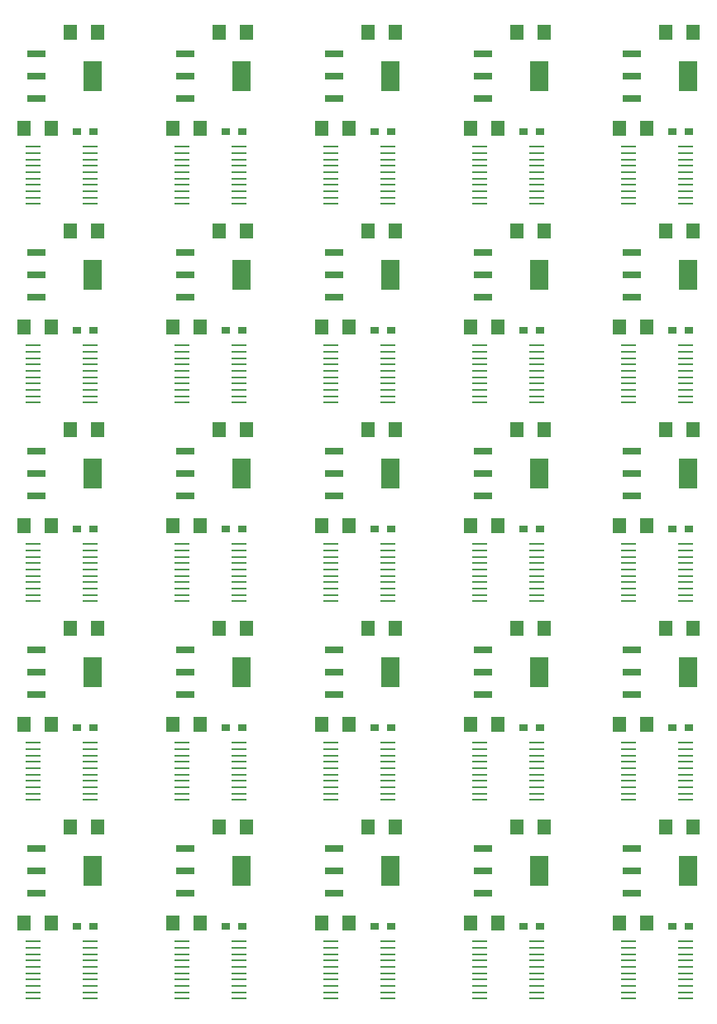
<source format=gbr>
G04 DipTrace 3.3.1.3*
G04 TopPaste.gbr*
%MOIN*%
G04 #@! TF.FileFunction,Paste,Top*
G04 #@! TF.Part,Single*
%ADD38R,0.076766X0.120073*%
%ADD40R,0.076766X0.029522*%
%ADD42R,0.062986X0.007868*%
%ADD44R,0.035427X0.03149*%
%ADD46R,0.055112X0.062986*%
%FSLAX26Y26*%
G04*
G70*
G90*
G75*
G01*
G04 TopPaste*
%LPD*%
D46*
X731200Y1131200D3*
X841436D3*
X543700Y743700D3*
X653936D3*
D44*
X756200Y731200D3*
X823129D3*
D42*
X581200Y668700D3*
Y643109D3*
Y617519D3*
Y591928D3*
Y566338D3*
Y540747D3*
Y515157D3*
Y489566D3*
Y463976D3*
Y438385D3*
X809554D3*
X809546Y463976D3*
Y489566D3*
Y515157D3*
Y540747D3*
Y566338D3*
Y591928D3*
Y617519D3*
Y643109D3*
Y668700D3*
D40*
X593700Y1043700D3*
Y953149D3*
Y862598D3*
D38*
X822046Y953149D3*
D46*
X1331200Y1131200D3*
X1441436D3*
X1143700Y743700D3*
X1253936D3*
D44*
X1356200Y731200D3*
X1423129D3*
D42*
X1181200Y668700D3*
Y643109D3*
Y617519D3*
Y591928D3*
Y566338D3*
Y540747D3*
Y515157D3*
Y489566D3*
Y463976D3*
Y438385D3*
X1409554D3*
X1409546Y463976D3*
Y489566D3*
Y515157D3*
Y540747D3*
Y566338D3*
Y591928D3*
Y617519D3*
Y643109D3*
Y668700D3*
D40*
X1193700Y1043700D3*
Y953149D3*
Y862598D3*
D38*
X1422046Y953149D3*
D46*
X1931200Y1131200D3*
X2041436D3*
X1743700Y743700D3*
X1853936D3*
D44*
X1956200Y731200D3*
X2023129D3*
D42*
X1781200Y668700D3*
Y643109D3*
Y617519D3*
Y591928D3*
Y566338D3*
Y540747D3*
Y515157D3*
Y489566D3*
Y463976D3*
Y438385D3*
X2009554D3*
X2009546Y463976D3*
Y489566D3*
Y515157D3*
Y540747D3*
Y566338D3*
Y591928D3*
Y617519D3*
Y643109D3*
Y668700D3*
D40*
X1793700Y1043700D3*
Y953149D3*
Y862598D3*
D38*
X2022046Y953149D3*
D46*
X2531200Y1131200D3*
X2641436D3*
X2343700Y743700D3*
X2453936D3*
D44*
X2556200Y731200D3*
X2623129D3*
D42*
X2381200Y668700D3*
Y643109D3*
Y617519D3*
Y591928D3*
Y566338D3*
Y540747D3*
Y515157D3*
Y489566D3*
Y463976D3*
Y438385D3*
X2609554D3*
X2609546Y463976D3*
Y489566D3*
Y515157D3*
Y540747D3*
Y566338D3*
Y591928D3*
Y617519D3*
Y643109D3*
Y668700D3*
D40*
X2393700Y1043700D3*
Y953149D3*
Y862598D3*
D38*
X2622046Y953149D3*
D46*
X3131200Y1131200D3*
X3241436D3*
X2943700Y743700D3*
X3053936D3*
D44*
X3156200Y731200D3*
X3223129D3*
D42*
X2981200Y668700D3*
Y643109D3*
Y617519D3*
Y591928D3*
Y566338D3*
Y540747D3*
Y515157D3*
Y489566D3*
Y463976D3*
Y438385D3*
X3209554D3*
X3209546Y463976D3*
Y489566D3*
Y515157D3*
Y540747D3*
Y566338D3*
Y591928D3*
Y617519D3*
Y643109D3*
Y668700D3*
D40*
X2993700Y1043700D3*
Y953149D3*
Y862598D3*
D38*
X3222046Y953149D3*
D46*
X731200Y1931200D3*
X841436D3*
X543700Y1543700D3*
X653936D3*
D44*
X756200Y1531200D3*
X823129D3*
D42*
X581200Y1468700D3*
Y1443109D3*
Y1417519D3*
Y1391928D3*
Y1366338D3*
Y1340747D3*
Y1315157D3*
Y1289566D3*
Y1263976D3*
Y1238385D3*
X809554D3*
X809546Y1263976D3*
Y1289566D3*
Y1315157D3*
Y1340747D3*
Y1366338D3*
Y1391928D3*
Y1417519D3*
Y1443109D3*
Y1468700D3*
D40*
X593700Y1843700D3*
Y1753149D3*
Y1662598D3*
D38*
X822046Y1753149D3*
D46*
X1331200Y1931200D3*
X1441436D3*
X1143700Y1543700D3*
X1253936D3*
D44*
X1356200Y1531200D3*
X1423129D3*
D42*
X1181200Y1468700D3*
Y1443109D3*
Y1417519D3*
Y1391928D3*
Y1366338D3*
Y1340747D3*
Y1315157D3*
Y1289566D3*
Y1263976D3*
Y1238385D3*
X1409554D3*
X1409546Y1263976D3*
Y1289566D3*
Y1315157D3*
Y1340747D3*
Y1366338D3*
Y1391928D3*
Y1417519D3*
Y1443109D3*
Y1468700D3*
D40*
X1193700Y1843700D3*
Y1753149D3*
Y1662598D3*
D38*
X1422046Y1753149D3*
D46*
X1931200Y1931200D3*
X2041436D3*
X1743700Y1543700D3*
X1853936D3*
D44*
X1956200Y1531200D3*
X2023129D3*
D42*
X1781200Y1468700D3*
Y1443109D3*
Y1417519D3*
Y1391928D3*
Y1366338D3*
Y1340747D3*
Y1315157D3*
Y1289566D3*
Y1263976D3*
Y1238385D3*
X2009554D3*
X2009546Y1263976D3*
Y1289566D3*
Y1315157D3*
Y1340747D3*
Y1366338D3*
Y1391928D3*
Y1417519D3*
Y1443109D3*
Y1468700D3*
D40*
X1793700Y1843700D3*
Y1753149D3*
Y1662598D3*
D38*
X2022046Y1753149D3*
D46*
X2531200Y1931200D3*
X2641436D3*
X2343700Y1543700D3*
X2453936D3*
D44*
X2556200Y1531200D3*
X2623129D3*
D42*
X2381200Y1468700D3*
Y1443109D3*
Y1417519D3*
Y1391928D3*
Y1366338D3*
Y1340747D3*
Y1315157D3*
Y1289566D3*
Y1263976D3*
Y1238385D3*
X2609554D3*
X2609546Y1263976D3*
Y1289566D3*
Y1315157D3*
Y1340747D3*
Y1366338D3*
Y1391928D3*
Y1417519D3*
Y1443109D3*
Y1468700D3*
D40*
X2393700Y1843700D3*
Y1753149D3*
Y1662598D3*
D38*
X2622046Y1753149D3*
D46*
X3131200Y1931200D3*
X3241436D3*
X2943700Y1543700D3*
X3053936D3*
D44*
X3156200Y1531200D3*
X3223129D3*
D42*
X2981200Y1468700D3*
Y1443109D3*
Y1417519D3*
Y1391928D3*
Y1366338D3*
Y1340747D3*
Y1315157D3*
Y1289566D3*
Y1263976D3*
Y1238385D3*
X3209554D3*
X3209546Y1263976D3*
Y1289566D3*
Y1315157D3*
Y1340747D3*
Y1366338D3*
Y1391928D3*
Y1417519D3*
Y1443109D3*
Y1468700D3*
D40*
X2993700Y1843700D3*
Y1753149D3*
Y1662598D3*
D38*
X3222046Y1753149D3*
D46*
X731200Y2731200D3*
X841436D3*
X543700Y2343700D3*
X653936D3*
D44*
X756200Y2331200D3*
X823129D3*
D42*
X581200Y2268700D3*
Y2243109D3*
Y2217519D3*
Y2191928D3*
Y2166338D3*
Y2140747D3*
Y2115157D3*
Y2089566D3*
Y2063976D3*
Y2038385D3*
X809554D3*
X809546Y2063976D3*
Y2089566D3*
Y2115157D3*
Y2140747D3*
Y2166338D3*
Y2191928D3*
Y2217519D3*
Y2243109D3*
Y2268700D3*
D40*
X593700Y2643700D3*
Y2553149D3*
Y2462598D3*
D38*
X822046Y2553149D3*
D46*
X1331200Y2731200D3*
X1441436D3*
X1143700Y2343700D3*
X1253936D3*
D44*
X1356200Y2331200D3*
X1423129D3*
D42*
X1181200Y2268700D3*
Y2243109D3*
Y2217519D3*
Y2191928D3*
Y2166338D3*
Y2140747D3*
Y2115157D3*
Y2089566D3*
Y2063976D3*
Y2038385D3*
X1409554D3*
X1409546Y2063976D3*
Y2089566D3*
Y2115157D3*
Y2140747D3*
Y2166338D3*
Y2191928D3*
Y2217519D3*
Y2243109D3*
Y2268700D3*
D40*
X1193700Y2643700D3*
Y2553149D3*
Y2462598D3*
D38*
X1422046Y2553149D3*
D46*
X1931200Y2731200D3*
X2041436D3*
X1743700Y2343700D3*
X1853936D3*
D44*
X1956200Y2331200D3*
X2023129D3*
D42*
X1781200Y2268700D3*
Y2243109D3*
Y2217519D3*
Y2191928D3*
Y2166338D3*
Y2140747D3*
Y2115157D3*
Y2089566D3*
Y2063976D3*
Y2038385D3*
X2009554D3*
X2009546Y2063976D3*
Y2089566D3*
Y2115157D3*
Y2140747D3*
Y2166338D3*
Y2191928D3*
Y2217519D3*
Y2243109D3*
Y2268700D3*
D40*
X1793700Y2643700D3*
Y2553149D3*
Y2462598D3*
D38*
X2022046Y2553149D3*
D46*
X2531200Y2731200D3*
X2641436D3*
X2343700Y2343700D3*
X2453936D3*
D44*
X2556200Y2331200D3*
X2623129D3*
D42*
X2381200Y2268700D3*
Y2243109D3*
Y2217519D3*
Y2191928D3*
Y2166338D3*
Y2140747D3*
Y2115157D3*
Y2089566D3*
Y2063976D3*
Y2038385D3*
X2609554D3*
X2609546Y2063976D3*
Y2089566D3*
Y2115157D3*
Y2140747D3*
Y2166338D3*
Y2191928D3*
Y2217519D3*
Y2243109D3*
Y2268700D3*
D40*
X2393700Y2643700D3*
Y2553149D3*
Y2462598D3*
D38*
X2622046Y2553149D3*
D46*
X3131200Y2731200D3*
X3241436D3*
X2943700Y2343700D3*
X3053936D3*
D44*
X3156200Y2331200D3*
X3223129D3*
D42*
X2981200Y2268700D3*
Y2243109D3*
Y2217519D3*
Y2191928D3*
Y2166338D3*
Y2140747D3*
Y2115157D3*
Y2089566D3*
Y2063976D3*
Y2038385D3*
X3209554D3*
X3209546Y2063976D3*
Y2089566D3*
Y2115157D3*
Y2140747D3*
Y2166338D3*
Y2191928D3*
Y2217519D3*
Y2243109D3*
Y2268700D3*
D40*
X2993700Y2643700D3*
Y2553149D3*
Y2462598D3*
D38*
X3222046Y2553149D3*
D46*
X731200Y3531200D3*
X841436D3*
X543700Y3143700D3*
X653936D3*
D44*
X756200Y3131200D3*
X823129D3*
D42*
X581200Y3068700D3*
Y3043109D3*
Y3017519D3*
Y2991928D3*
Y2966338D3*
Y2940747D3*
Y2915157D3*
Y2889566D3*
Y2863976D3*
Y2838385D3*
X809554D3*
X809546Y2863976D3*
Y2889566D3*
Y2915157D3*
Y2940747D3*
Y2966338D3*
Y2991928D3*
Y3017519D3*
Y3043109D3*
Y3068700D3*
D40*
X593700Y3443700D3*
Y3353149D3*
Y3262598D3*
D38*
X822046Y3353149D3*
D46*
X1331200Y3531200D3*
X1441436D3*
X1143700Y3143700D3*
X1253936D3*
D44*
X1356200Y3131200D3*
X1423129D3*
D42*
X1181200Y3068700D3*
Y3043109D3*
Y3017519D3*
Y2991928D3*
Y2966338D3*
Y2940747D3*
Y2915157D3*
Y2889566D3*
Y2863976D3*
Y2838385D3*
X1409554D3*
X1409546Y2863976D3*
Y2889566D3*
Y2915157D3*
Y2940747D3*
Y2966338D3*
Y2991928D3*
Y3017519D3*
Y3043109D3*
Y3068700D3*
D40*
X1193700Y3443700D3*
Y3353149D3*
Y3262598D3*
D38*
X1422046Y3353149D3*
D46*
X1931200Y3531200D3*
X2041436D3*
X1743700Y3143700D3*
X1853936D3*
D44*
X1956200Y3131200D3*
X2023129D3*
D42*
X1781200Y3068700D3*
Y3043109D3*
Y3017519D3*
Y2991928D3*
Y2966338D3*
Y2940747D3*
Y2915157D3*
Y2889566D3*
Y2863976D3*
Y2838385D3*
X2009554D3*
X2009546Y2863976D3*
Y2889566D3*
Y2915157D3*
Y2940747D3*
Y2966338D3*
Y2991928D3*
Y3017519D3*
Y3043109D3*
Y3068700D3*
D40*
X1793700Y3443700D3*
Y3353149D3*
Y3262598D3*
D38*
X2022046Y3353149D3*
D46*
X2531200Y3531200D3*
X2641436D3*
X2343700Y3143700D3*
X2453936D3*
D44*
X2556200Y3131200D3*
X2623129D3*
D42*
X2381200Y3068700D3*
Y3043109D3*
Y3017519D3*
Y2991928D3*
Y2966338D3*
Y2940747D3*
Y2915157D3*
Y2889566D3*
Y2863976D3*
Y2838385D3*
X2609554D3*
X2609546Y2863976D3*
Y2889566D3*
Y2915157D3*
Y2940747D3*
Y2966338D3*
Y2991928D3*
Y3017519D3*
Y3043109D3*
Y3068700D3*
D40*
X2393700Y3443700D3*
Y3353149D3*
Y3262598D3*
D38*
X2622046Y3353149D3*
D46*
X3131200Y3531200D3*
X3241436D3*
X2943700Y3143700D3*
X3053936D3*
D44*
X3156200Y3131200D3*
X3223129D3*
D42*
X2981200Y3068700D3*
Y3043109D3*
Y3017519D3*
Y2991928D3*
Y2966338D3*
Y2940747D3*
Y2915157D3*
Y2889566D3*
Y2863976D3*
Y2838385D3*
X3209554D3*
X3209546Y2863976D3*
Y2889566D3*
Y2915157D3*
Y2940747D3*
Y2966338D3*
Y2991928D3*
Y3017519D3*
Y3043109D3*
Y3068700D3*
D40*
X2993700Y3443700D3*
Y3353149D3*
Y3262598D3*
D38*
X3222046Y3353149D3*
D46*
X731200Y4331200D3*
X841436D3*
X543700Y3943700D3*
X653936D3*
D44*
X756200Y3931200D3*
X823129D3*
D42*
X581200Y3868700D3*
Y3843109D3*
Y3817519D3*
Y3791928D3*
Y3766338D3*
Y3740747D3*
Y3715157D3*
Y3689566D3*
Y3663976D3*
Y3638385D3*
X809554D3*
X809546Y3663976D3*
Y3689566D3*
Y3715157D3*
Y3740747D3*
Y3766338D3*
Y3791928D3*
Y3817519D3*
Y3843109D3*
Y3868700D3*
D40*
X593700Y4243700D3*
Y4153149D3*
Y4062598D3*
D38*
X822046Y4153149D3*
D46*
X1331200Y4331200D3*
X1441436D3*
X1143700Y3943700D3*
X1253936D3*
D44*
X1356200Y3931200D3*
X1423129D3*
D42*
X1181200Y3868700D3*
Y3843109D3*
Y3817519D3*
Y3791928D3*
Y3766338D3*
Y3740747D3*
Y3715157D3*
Y3689566D3*
Y3663976D3*
Y3638385D3*
X1409554D3*
X1409546Y3663976D3*
Y3689566D3*
Y3715157D3*
Y3740747D3*
Y3766338D3*
Y3791928D3*
Y3817519D3*
Y3843109D3*
Y3868700D3*
D40*
X1193700Y4243700D3*
Y4153149D3*
Y4062598D3*
D38*
X1422046Y4153149D3*
D46*
X1931200Y4331200D3*
X2041436D3*
X1743700Y3943700D3*
X1853936D3*
D44*
X1956200Y3931200D3*
X2023129D3*
D42*
X1781200Y3868700D3*
Y3843109D3*
Y3817519D3*
Y3791928D3*
Y3766338D3*
Y3740747D3*
Y3715157D3*
Y3689566D3*
Y3663976D3*
Y3638385D3*
X2009554D3*
X2009546Y3663976D3*
Y3689566D3*
Y3715157D3*
Y3740747D3*
Y3766338D3*
Y3791928D3*
Y3817519D3*
Y3843109D3*
Y3868700D3*
D40*
X1793700Y4243700D3*
Y4153149D3*
Y4062598D3*
D38*
X2022046Y4153149D3*
D46*
X2531200Y4331200D3*
X2641436D3*
X2343700Y3943700D3*
X2453936D3*
D44*
X2556200Y3931200D3*
X2623129D3*
D42*
X2381200Y3868700D3*
Y3843109D3*
Y3817519D3*
Y3791928D3*
Y3766338D3*
Y3740747D3*
Y3715157D3*
Y3689566D3*
Y3663976D3*
Y3638385D3*
X2609554D3*
X2609546Y3663976D3*
Y3689566D3*
Y3715157D3*
Y3740747D3*
Y3766338D3*
Y3791928D3*
Y3817519D3*
Y3843109D3*
Y3868700D3*
D40*
X2393700Y4243700D3*
Y4153149D3*
Y4062598D3*
D38*
X2622046Y4153149D3*
D46*
X3131200Y4331200D3*
X3241436D3*
X2943700Y3943700D3*
X3053936D3*
D44*
X3156200Y3931200D3*
X3223129D3*
D42*
X2981200Y3868700D3*
Y3843109D3*
Y3817519D3*
Y3791928D3*
Y3766338D3*
Y3740747D3*
Y3715157D3*
Y3689566D3*
Y3663976D3*
Y3638385D3*
X3209554D3*
X3209546Y3663976D3*
Y3689566D3*
Y3715157D3*
Y3740747D3*
Y3766338D3*
Y3791928D3*
Y3817519D3*
Y3843109D3*
Y3868700D3*
D40*
X2993700Y4243700D3*
Y4153149D3*
Y4062598D3*
D38*
X3222046Y4153149D3*
M02*

</source>
